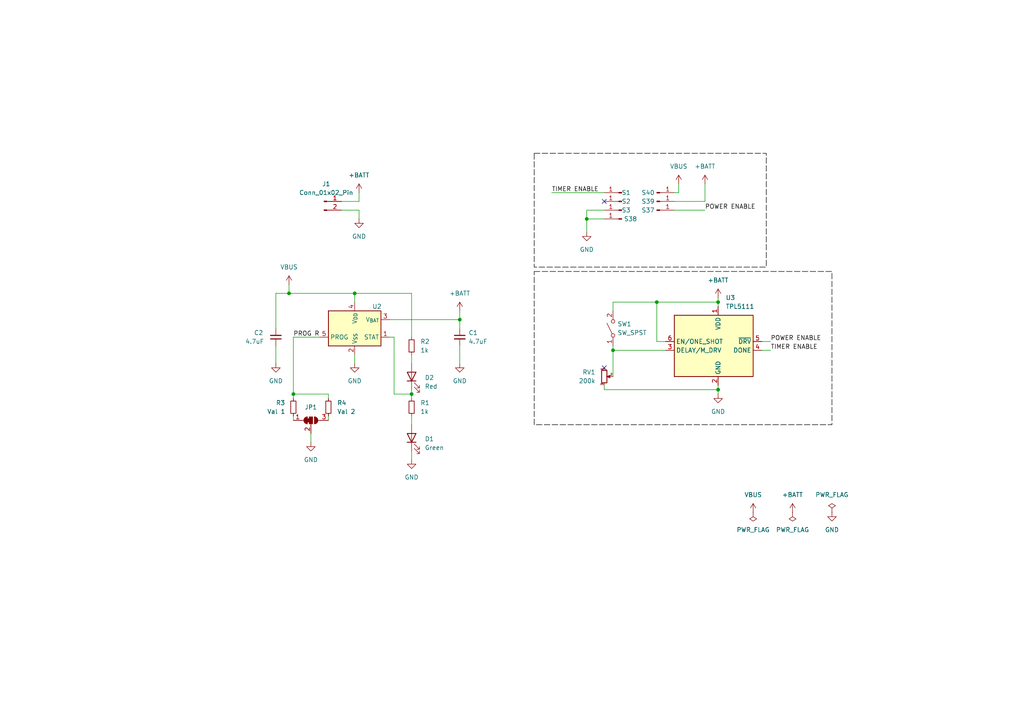
<source format=kicad_sch>
(kicad_sch (version 20230121) (generator eeschema)
  (paper "A4")
  (lib_symbols
    (symbol "Battery_Management:MCP73831-2-OT"
      (property "Reference" "U" (at -7.62 6.35 0))
      (property "Value" "MCP73831-2-OT" (at 1.27 6.35 0))
      (symbol "MCP73831-2-OT_0_1"
        (rectangle (start -7.62 5.08) (end 7.62 -5.08) (stroke (width 0.254)) (fill (type background)))
      )
      (symbol "MCP73831-2-OT_1_1"
        (pin output line (at 10.16 -2.54 180) (length 2.54) (name "STAT") (number "1"))
        (pin power_in line (at 0 -7.62 90) (length 2.54) (name "V_{SS}") (number "2"))
        (pin power_out line (at 10.16 2.54 180) (length 2.54) (name "V_{BAT}") (number "3"))
        (pin power_in line (at 0 7.62 270) (length 2.54) (name "V_{DD}") (number "4"))
        (pin input line (at -10.16 -2.54 0) (length 2.54) (name "PROG") (number "5"))
      )
    )
    (symbol "Connector:Conn_01x01_Pin" (pin_names (offset 1.016) hide)
      (property "Reference" "J" (at 0 2.54 0))
      (property "Value" "Conn_01x01_Pin" (at 0 -2.54 0))
      (symbol "Conn_01x01_Pin_1_1"
        (polyline (pts (xy 1.27 0) (xy 0.8636 0)) (stroke (width 0.1524)))
        (rectangle (start 0.8636 0.127) (end 0 -0.127) (stroke (width 0.1524)) (fill (type outline)))
        (pin passive line (at 5.08 0 180) (length 3.81) (name "Pin_1") (number "1"))
      )
    )
    (symbol "Connector:Conn_01x02_Pin" (pin_names (offset 1.016) hide)
      (property "Reference" "J" (at 0 2.54 0))
      (property "Value" "Conn_01x02_Pin" (at 0 -5.08 0))
      (symbol "Conn_01x02_Pin_1_1"
        (polyline (pts (xy 1.27 -2.54) (xy 0.8636 -2.54)) (stroke (width 0.1524)))
        (polyline (pts (xy 1.27 0) (xy 0.8636 0)) (stroke (width 0.1524)))
        (rectangle (start 0.8636 -2.413) (end 0 -2.667) (stroke (width 0.1524)) (fill (type outline)))
        (rectangle (start 0.8636 0.127) (end 0 -0.127) (stroke (width 0.1524)) (fill (type outline)))
        (pin passive line (at 5.08 0 180) (length 3.81) (name "Pin_1") (number "1"))
        (pin passive line (at 5.08 -2.54 180) (length 3.81) (name "Pin_2") (number "2"))
      )
    )
    (symbol "Device:C_Small" (pin_numbers hide) (pin_names (offset 0.254) hide)
      (property "Reference" "C" (at 0.254 1.778 0))
      (property "Value" "C_Small" (at 0.254 -2.032 0))
      (symbol "C_Small_0_1"
        (polyline (pts (xy -1.524 -0.508) (xy 1.524 -0.508)) (stroke (width 0.3302)))
        (polyline (pts (xy -1.524 0.508) (xy 1.524 0.508)) (stroke (width 0.3048)))
      )
      (symbol "C_Small_1_1"
        (pin passive line (at 0 2.54 270) (length 2.032) (name "~") (number "1"))
        (pin passive line (at 0 -2.54 90) (length 2.032) (name "~") (number "2"))
      )
    )
    (symbol "Device:LED" (pin_numbers hide) (pin_names (offset 1.016) hide)
      (property "Reference" "D" (at 0 2.54 0))
      (property "Value" "LED" (at 0 -2.54 0))
      (symbol "LED_0_1"
        (polyline (pts (xy -1.27 -1.27) (xy -1.27 1.27)) (stroke (width 0.254)))
        (polyline (pts (xy -1.27 0) (xy 1.27 0)))
        (polyline (pts (xy 1.27 -1.27) (xy 1.27 1.27) (xy -1.27 0) (xy 1.27 -1.27)) (stroke (width 0.254)))
        (polyline (pts (xy -3.048 -0.762) (xy -4.572 -2.286) (xy -3.81 -2.286) (xy -4.572 -2.286) (xy -4.572 -1.524)))
        (polyline (pts (xy -1.778 -0.762) (xy -3.302 -2.286) (xy -2.54 -2.286) (xy -3.302 -2.286) (xy -3.302 -1.524)))
      )
      (symbol "LED_1_1"
        (pin passive line (at -3.81 0 0) (length 2.54) (name "K") (number "1"))
        (pin passive line (at 3.81 0 180) (length 2.54) (name "A") (number "2"))
      )
    )
    (symbol "Device:R_Potentiometer_Small" (pin_names (offset 1.016) hide)
      (property "Reference" "RV" (at -4.445 0 90))
      (property "Value" "R_Potentiometer_Small" (at -2.54 0 90))
      (symbol "R_Potentiometer_Small_0_1"
        (polyline (pts (xy 0.889 0) (xy 0.635 0) (xy 1.651 0.381) (xy 1.651 -0.381) (xy 0.635 0) (xy 0.889 0)) (fill (type outline)))
        (rectangle (start 0.762 1.8034) (end -0.762 -1.8034) (stroke (width 0.254)))
      )
      (symbol "R_Potentiometer_Small_1_1"
        (pin passive line (at 0 2.54 270) (length 0.635) (name "1") (number "1"))
        (pin passive line (at 2.54 0 180) (length 0.9906) (name "2") (number "2"))
        (pin passive line (at 0 -2.54 90) (length 0.635) (name "3") (number "3"))
      )
    )
    (symbol "Device:R_Small" (pin_numbers hide) (pin_names (offset 0.254) hide)
      (property "Reference" "R" (at 0.762 0.508 0))
      (property "Value" "R_Small" (at 0.762 -1.016 0))
      (symbol "R_Small_0_1"
        (rectangle (start -0.762 1.778) (end 0.762 -1.778) (stroke (width 0.2032)))
      )
      (symbol "R_Small_1_1"
        (pin passive line (at 0 2.54 270) (length 0.762) (name "~") (number "1"))
        (pin passive line (at 0 -2.54 90) (length 0.762) (name "~") (number "2"))
      )
    )
    (symbol "Jumper:SolderJumper_3_Bridged12" (pin_names (offset 0) hide)
      (property "Reference" "JP" (at -2.54 -2.54 0))
      (property "Value" "SolderJumper_3_Bridged12" (at 0 2.794 0))
      (symbol "SolderJumper_3_Bridged12_0_1"
        (rectangle (start -1.016 0.508) (end -0.508 -0.508) (fill (type outline)))
        (arc (start -1.016 1.016) (mid -2.0276 0) (end -1.016 -1.016))
        (arc (start -1.016 1.016) (mid -2.0276 0) (end -1.016 -1.016) (fill (type outline)))
        (rectangle (start -0.508 1.016) (end 0.508 -1.016) (fill (type outline)))
        (polyline (pts (xy -2.54 0) (xy -2.032 0)))
        (polyline (pts (xy -1.016 1.016) (xy -1.016 -1.016)))
        (polyline (pts (xy 0 -1.27) (xy 0 -1.016)))
        (polyline (pts (xy 1.016 1.016) (xy 1.016 -1.016)))
        (polyline (pts (xy 2.54 0) (xy 2.032 0)))
        (arc (start 1.016 -1.016) (mid 2.0276 0) (end 1.016 1.016))
        (arc (start 1.016 -1.016) (mid 2.0276 0) (end 1.016 1.016) (fill (type outline)))
      )
      (symbol "SolderJumper_3_Bridged12_1_1"
        (pin passive line (at -5.08 0 0) (length 2.54) (name "A") (number "1"))
        (pin passive line (at 0 -3.81 90) (length 2.54) (name "C") (number "2"))
        (pin passive line (at 5.08 0 180) (length 2.54) (name "B") (number "3"))
      )
    )
    (symbol "Switch:SW_SPST" (pin_names (offset 0) hide)
      (property "Reference" "SW" (at 0 3.175 0))
      (property "Value" "SW_SPST" (at 0 -2.54 0))
      (symbol "SW_SPST_0_0"
        (circle (center -2.032 0) (radius 0.508))
        (polyline (pts (xy -1.524 0.254) (xy 1.524 1.778)))
        (circle (center 2.032 0) (radius 0.508))
      )
      (symbol "SW_SPST_1_1"
        (pin passive line (at -5.08 0 0) (length 2.54) (name "A") (number "1"))
        (pin passive line (at 5.08 0 180) (length 2.54) (name "B") (number "2"))
      )
    )
    (symbol "Timer:TPL5111"
      (property "Reference" "U" (at -11.43 11.43 0))
      (property "Value" "TPL5111" (at 6.35 11.43 0))
      (symbol "TPL5111_0_1"
        (rectangle (start -12.7 10.16) (end 10.16 -7.62) (stroke (width 0.254)) (fill (type background)))
      )
      (symbol "TPL5111_1_1"
        (pin power_in line (at 0 12.7 270) (length 2.54) (name "VDD") (number "1"))
        (pin power_in line (at 0 -10.16 90) (length 2.54) (name "GND") (number "2"))
        (pin input line (at -15.24 0 0) (length 2.54) (name "DELAY/M_DRV") (number "3"))
        (pin input line (at 12.7 0 180) (length 2.54) (name "DONE") (number "4"))
        (pin output line (at 12.7 2.54 180) (length 2.54) (name "~{DRV}") (number "5"))
        (pin input line (at -15.24 2.54 0) (length 2.54) (name "EN/ONE_SHOT") (number "6"))
      )
    )
    (symbol "power:+BATT" (power) (pin_names (offset 0))
      (property "Value" "+BATT" (at 0 3.556 0))
      (symbol "+BATT_0_1"
        (polyline (pts (xy -0.762 1.27) (xy 0 2.54)))
        (polyline (pts (xy 0 0) (xy 0 2.54)))
        (polyline (pts (xy 0 2.54) (xy 0.762 1.27)))
      )
      (symbol "+BATT_1_1"
        (pin power_in line (at 0 0 90) (length 0) hide (name "+BATT") (number "1"))
      )
    )
    (symbol "power:GND" (power) (pin_names (offset 0))
      (property "Value" "GND" (at 0 -3.81 0))
      (symbol "GND_0_1"
        (polyline (pts (xy 0 0) (xy 0 -1.27) (xy 1.27 -1.27) (xy 0 -2.54) (xy -1.27 -1.27) (xy 0 -1.27)))
      )
      (symbol "GND_1_1"
        (pin power_in line (at 0 0 270) (length 0) hide (name "GND") (number "1"))
      )
    )
    (symbol "power:PWR_FLAG" (power) (pin_numbers hide) (pin_names (offset 0) hide)
      (property "Value" "PWR_FLAG" (at 0 3.81 0))
      (symbol "PWR_FLAG_0_0"
        (pin power_out line (at 0 0 90) (length 0) (name "pwr") (number "1"))
      )
      (symbol "PWR_FLAG_0_1"
        (polyline (pts (xy 0 0) (xy 0 1.27) (xy -1.016 1.905) (xy 0 2.54) (xy 1.016 1.905) (xy 0 1.27)))
      )
    )
    (symbol "power:VBUS" (power) (pin_names (offset 0))
      (property "Value" "VBUS" (at 0 3.81 0))
      (symbol "VBUS_0_1"
        (polyline (pts (xy -0.762 1.27) (xy 0 2.54)))
        (polyline (pts (xy 0 0) (xy 0 2.54)))
        (polyline (pts (xy 0 2.54) (xy 0.762 1.27)))
      )
      (symbol "VBUS_1_1"
        (pin power_in line (at 0 0 90) (length 0) hide (name "VBUS") (number "1"))
      )
    )
  )
  (junction (at 208.28 113.03))
  (junction (at 170.18 63.5))
  (junction (at 102.87 85.09))
  (junction (at 133.35 92.71))
  (junction (at 190.5 87.63))
  (junction (at 208.28 87.63))
  (junction (at 177.8 101.6))
  (junction (at 85.09 114.3))
  (junction (at 83.82 85.09))
  (junction (at 119.38 114.3))
  (no_connect (at 175.26 106.68))
  (no_connect (at 175.26 58.42))
  (wire (pts (xy 160.02 55.88) (xy 175.26 55.88)))
  (wire (pts (xy 177.8 101.6) (xy 177.8 109.22)))
  (wire (pts (xy 104.14 60.96) (xy 104.14 63.5)))
  (wire (pts (xy 177.8 101.6) (xy 193.04 101.6)))
  (wire (pts (xy 133.35 105.41) (xy 133.35 100.33)))
  (wire (pts (xy 177.8 100.33) (xy 177.8 101.6)))
  (wire (pts (xy 83.82 85.09) (xy 102.87 85.09)))
  (wire (pts (xy 208.28 86.36) (xy 208.28 87.63)))
  (wire (pts (xy 196.85 53.34) (xy 196.85 55.88)))
  (wire (pts (xy 85.09 97.79) (xy 92.71 97.79)))
  (wire (pts (xy 102.87 85.09) (xy 102.87 87.63)))
  (wire (pts (xy 114.3 114.3) (xy 119.38 114.3)))
  (wire (pts (xy 208.28 111.76) (xy 208.28 113.03)))
  (wire (pts (xy 119.38 85.09) (xy 102.87 85.09)))
  (wire (pts (xy 193.04 99.06) (xy 190.5 99.06)))
  (wire (pts (xy 220.98 99.06) (xy 223.52 99.06)))
  (wire (pts (xy 204.47 53.34) (xy 204.47 58.42)))
  (wire (pts (xy 177.8 90.17) (xy 177.8 87.63)))
  (wire (pts (xy 208.28 113.03) (xy 208.28 114.3)))
  (wire (pts (xy 119.38 114.3) (xy 119.38 115.57)))
  (wire (pts (xy 190.5 99.06) (xy 190.5 87.63)))
  (wire (pts (xy 85.09 114.3) (xy 85.09 115.57)))
  (wire (pts (xy 170.18 63.5) (xy 170.18 67.31)))
  (wire (pts (xy 223.52 101.6) (xy 220.98 101.6)))
  (wire (pts (xy 83.82 82.55) (xy 83.82 85.09)))
  (wire (pts (xy 177.8 87.63) (xy 190.5 87.63)))
  (wire (pts (xy 119.38 130.81) (xy 119.38 133.35)))
  (wire (pts (xy 175.26 113.03) (xy 208.28 113.03)))
  (wire (pts (xy 80.01 85.09) (xy 80.01 95.25)))
  (wire (pts (xy 170.18 63.5) (xy 175.26 63.5)))
  (wire (pts (xy 119.38 113.03) (xy 119.38 114.3)))
  (wire (pts (xy 114.3 97.79) (xy 114.3 114.3)))
  (wire (pts (xy 90.17 125.73) (xy 90.17 128.27)))
  (wire (pts (xy 95.25 114.3) (xy 95.25 115.57)))
  (wire (pts (xy 133.35 95.25) (xy 133.35 92.71)))
  (wire (pts (xy 80.01 85.09) (xy 83.82 85.09)))
  (wire (pts (xy 170.18 60.96) (xy 170.18 63.5)))
  (wire (pts (xy 119.38 97.79) (xy 119.38 85.09)))
  (wire (pts (xy 85.09 97.79) (xy 85.09 114.3)))
  (wire (pts (xy 133.35 92.71) (xy 133.35 90.17)))
  (wire (pts (xy 170.18 60.96) (xy 175.26 60.96)))
  (wire (pts (xy 119.38 120.65) (xy 119.38 123.19)))
  (wire (pts (xy 85.09 114.3) (xy 95.25 114.3)))
  (wire (pts (xy 113.03 92.71) (xy 133.35 92.71)))
  (wire (pts (xy 195.58 60.96) (xy 204.47 60.96)))
  (wire (pts (xy 104.14 55.88) (xy 104.14 58.42)))
  (wire (pts (xy 208.28 87.63) (xy 208.28 88.9)))
  (wire (pts (xy 102.87 102.87) (xy 102.87 105.41)))
  (wire (pts (xy 99.06 58.42) (xy 104.14 58.42)))
  (wire (pts (xy 195.58 55.88) (xy 196.85 55.88)))
  (wire (pts (xy 80.01 100.33) (xy 80.01 105.41)))
  (wire (pts (xy 113.03 97.79) (xy 114.3 97.79)))
  (wire (pts (xy 175.26 111.76) (xy 175.26 113.03)))
  (wire (pts (xy 99.06 60.96) (xy 104.14 60.96)))
  (wire (pts (xy 190.5 87.63) (xy 208.28 87.63)))
  (wire (pts (xy 85.09 120.65) (xy 85.09 121.92)))
  (wire (pts (xy 95.25 120.65) (xy 95.25 121.92)))
  (wire (pts (xy 195.58 58.42) (xy 204.47 58.42)))
  (wire (pts (xy 119.38 102.87) (xy 119.38 105.41)))
  (rectangle (start 154.94 78.74) (end 241.3 123.19) (stroke (width 0) (type dash) (color 0 0 0 1)))
  (rectangle (start 154.94 44.45) (end 222.25 77.47) (stroke (width 0) (type dash) (color 0 0 0 1)))
  (label "TIMER ENABLE" (at 223.52 101.6 0))
  (label "PROG R" (at 85.09 97.79 0))
  (label "TIMER ENABLE" (at 160.02 55.88 0))
  (label "POWER ENABLE" (at 204.47 60.96 0))
  (label "POWER ENABLE" (at 223.52 99.06 0))
  (symbol (lib_id "power:VBUS") (at 196.85 53.34 0) (unit 1)
    (property "Reference" "#PWR04" (effects hide))
    (property "Value" "VBUS" (at 196.85 48.26 0))
  )
  (symbol (lib_id "Device:R_Small") (at 95.25 118.11 0) (unit 1)
    (property "Reference" "R4" (at 97.79 116.84 0) (effects (justify left)))
    (property "Value" "Val 2" (at 97.79 119.38 0) (effects (justify left)))
    (property "Footprint" "Resistor_SMD:R_0603_1608Metric_Pad0.98x0.95mm_HandSolder" (effects hide))
  )
  (symbol (lib_id "power:GND") (at 133.35 105.41 0) (unit 1)
    (property "Reference" "#PWR09" (effects hide))
    (property "Value" "GND" (at 133.35 110.49 0))
  )
  (symbol (lib_id "power:PWR_FLAG") (at 218.44 148.59 180) (unit 1)
    (property "Reference" "#FLG01" (effects hide))
    (property "Value" "PWR_FLAG" (at 218.44 153.67 0))
  )
  (symbol (lib_id "power:+BATT") (at 229.87 148.59 0) (unit 1)
    (property "Reference" "#PWR017" (effects hide))
    (property "Value" "+BATT" (at 229.87 143.51 0))
  )
  (symbol (lib_id "Device:C_Small") (at 80.01 97.79 180) (unit 1)
    (property "Reference" "C2" (at 73.66 96.52 0) (effects (justify right)))
    (property "Value" "4.7uF" (at 71.12 99.06 0) (effects (justify right)))
    (property "Footprint" "Capacitor_SMD:C_0603_1608Metric_Pad1.08x0.95mm_HandSolder" (effects hide))
  )
  (symbol (lib_id "power:+BATT") (at 204.47 53.34 0) (unit 1)
    (property "Reference" "#PWR07" (effects hide))
    (property "Value" "+BATT" (at 204.47 48.26 0))
  )
  (symbol (lib_id "power:GND") (at 90.17 128.27 0) (unit 1)
    (property "Reference" "#PWR011" (effects hide))
    (property "Value" "GND" (at 90.17 133.35 0))
  )
  (symbol (lib_id "Connector:Conn_01x01_Pin") (at 180.34 60.96 180) (unit 1)
    (property "Reference" "S3" (at 181.61 60.96 0))
    (property "Value" "Conn_01x01_Pin" (effects hide))
    (property "Footprint" "Pi Pico:7305" (effects hide))
  )
  (symbol (lib_id "Jumper:SolderJumper_3_Bridged12") (at 90.17 121.92 0) (unit 1)
    (property "Reference" "JP1" (at 90.17 118.11 0))
    (property "Value" "SolderJumper_3_Bridged12" (effects hide))
    (property "Footprint" "Jumper:SolderJumper-3_P1.3mm_Bridged12_RoundedPad1.0x1.5mm_NumberLabels" (effects hide))
  )
  (symbol (lib_id "power:+BATT") (at 208.28 86.36 0) (unit 1)
    (property "Reference" "#PWR012" (effects hide))
    (property "Value" "+BATT" (at 208.28 81.28 0))
  )
  (symbol (lib_id "Connector:Conn_01x01_Pin") (at 190.5 58.42 0) (unit 1)
    (property "Reference" "S39" (at 187.96 58.42 0))
    (property "Value" "Conn_01x01_Pin" (effects hide))
    (property "Footprint" "Pi Pico:7305" (effects hide))
  )
  (symbol (lib_id "power:PWR_FLAG") (at 241.3 148.59 0) (unit 1)
    (property "Reference" "#FLG02" (effects hide))
    (property "Value" "PWR_FLAG" (at 241.3 143.51 0))
  )
  (symbol (lib_id "power:GND") (at 241.3 148.59 0) (unit 1)
    (property "Reference" "#PWR016" (effects hide))
    (property "Value" "GND" (at 241.3 153.67 0))
  )
  (symbol (lib_id "Connector:Conn_01x01_Pin") (at 180.34 63.5 180) (unit 1)
    (property "Reference" "S38" (at 182.88 63.5 0))
    (property "Value" "Conn_01x01_Pin" (effects hide))
    (property "Footprint" "Pi Pico:7305" (effects hide))
  )
  (symbol (lib_id "power:GND") (at 80.01 105.41 0) (unit 1)
    (property "Reference" "#PWR08" (effects hide))
    (property "Value" "GND" (at 80.01 110.49 0))
  )
  (symbol (lib_id "Device:R_Small") (at 85.09 118.11 0) (unit 1)
    (property "Reference" "R3" (at 80.01 116.84 0) (effects (justify left)))
    (property "Value" "Val 1" (at 77.47 119.38 0) (effects (justify left)))
    (property "Footprint" "Resistor_SMD:R_0603_1608Metric_Pad0.98x0.95mm_HandSolder" (effects hide))
  )
  (symbol (lib_id "Connector:Conn_01x01_Pin") (at 190.5 55.88 0) (unit 1)
    (property "Reference" "S40" (at 187.96 55.88 0))
    (property "Value" "Conn_01x01_Pin" (effects hide))
    (property "Footprint" "Pi Pico:7305" (effects hide))
  )
  (symbol (lib_id "Switch:SW_SPST") (at 177.8 95.25 90) (unit 1)
    (property "Reference" "SW1" (at 179.07 93.98 90) (effects (justify right)))
    (property "Value" "SW_SPST" (at 179.07 96.52 90) (effects (justify right)))
    (property "Footprint" "Button_Switch_SMD:SW_SPST_B3U-1000P" (effects hide))
  )
  (symbol (lib_id "Device:LED") (at 119.38 109.22 90) (unit 1)
    (property "Reference" "D2" (at 123.19 109.5375 90) (effects (justify right)))
    (property "Value" "Red" (at 123.19 112.0775 90) (effects (justify right)))
    (property "Footprint" "LED_SMD:LED_0603_1608Metric" (effects hide))
  )
  (symbol (lib_id "Device:R_Small") (at 119.38 100.33 0) (unit 1)
    (property "Reference" "R2" (at 121.92 99.06 0) (effects (justify left)))
    (property "Value" "1k" (at 121.92 101.6 0) (effects (justify left)))
    (property "Footprint" "Resistor_SMD:R_0603_1608Metric_Pad0.98x0.95mm_HandSolder" (effects hide))
  )
  (symbol (lib_id "power:VBUS") (at 218.44 148.59 0) (unit 1)
    (property "Reference" "#PWR06" (effects hide))
    (property "Value" "VBUS" (at 218.44 143.51 0))
  )
  (symbol (lib_id "Battery_Management:MCP73831-2-OT") (at 102.87 95.25 0) (unit 1)
    (property "Reference" "U2" (at 107.95 88.9 0) (effects (justify left)))
    (property "Value" "MCP73831-2-OT" (effects hide))
    (property "Footprint" "Package_TO_SOT_SMD:SOT-23-5" (effects hide))
    (property "Datasheet" "http://ww1.microchip.com/downloads/en/DeviceDoc/20001984g.pdf" (effects hide))
  )
  (symbol (lib_id "Device:R_Potentiometer_Small") (at 175.26 109.22 0) (unit 1)
    (property "Reference" "RV1" (at 172.72 107.95 0) (effects (justify right)))
    (property "Value" "200k" (at 172.72 110.49 0) (effects (justify right)))
    (property "Footprint" "Potentiometer_SMD:Potentiometer_Bourns_TC33X_Vertical" (effects hide))
  )
  (symbol (lib_id "power:GND") (at 104.14 63.5 0) (unit 1)
    (property "Reference" "#PWR015" (effects hide))
    (property "Value" "GND" (at 104.14 68.58 0))
  )
  (symbol (lib_id "power:+BATT") (at 133.35 90.17 0) (unit 1)
    (property "Reference" "#PWR01" (effects hide))
    (property "Value" "+BATT" (at 133.35 85.09 0))
  )
  (symbol (lib_id "power:VBUS") (at 83.82 82.55 0) (unit 1)
    (property "Reference" "#PWR03" (effects hide))
    (property "Value" "VBUS" (at 83.82 77.47 0))
  )
  (symbol (lib_id "Connector:Conn_01x01_Pin") (at 190.5 60.96 0) (unit 1)
    (property "Reference" "S37" (at 187.96 60.96 0))
    (property "Value" "Conn_01x01_Pin" (effects hide))
    (property "Footprint" "Pi Pico:7305" (effects hide))
  )
  (symbol (lib_id "power:GND") (at 119.38 133.35 0) (unit 1)
    (property "Reference" "#PWR010" (effects hide))
    (property "Value" "GND" (at 119.38 138.43 0))
  )
  (symbol (lib_id "Connector:Conn_01x02_Pin") (at 93.98 58.42 0) (unit 1)
    (property "Reference" "J1" (at 94.615 53.34 0))
    (property "Value" "Conn_01x02_Pin" (at 94.615 55.88 0))
    (property "Footprint" "Connector_JST:JST_PH_S2B-PH-SM4-TB_1x02-1MP_P2.00mm_Horizontal" (effects hide))
  )
  (symbol (lib_id "Timer:TPL5111") (at 208.28 101.6 0) (unit 1)
    (property "Reference" "U3" (at 210.4741 86.36 0) (effects (justify left)))
    (property "Value" "TPL5111" (at 210.4741 88.9 0) (effects (justify left)))
    (property "Footprint" "Package_TO_SOT_SMD:SOT-23-6" (effects hide))
    (property "Datasheet" "http://www.ti.com/lit/ds/symlink/tpl5111.pdf" (effects hide))
  )
  (symbol (lib_id "power:+BATT") (at 104.14 55.88 0) (unit 1)
    (property "Reference" "#PWR014" (effects hide))
    (property "Value" "+BATT" (at 104.14 50.8 0))
  )
  (symbol (lib_id "Device:R_Small") (at 119.38 118.11 0) (unit 1)
    (property "Reference" "R1" (at 121.92 116.84 0) (effects (justify left)))
    (property "Value" "1k" (at 121.92 119.38 0) (effects (justify left)))
    (property "Footprint" "Resistor_SMD:R_0603_1608Metric_Pad0.98x0.95mm_HandSolder" (effects hide))
  )
  (symbol (lib_id "power:PWR_FLAG") (at 229.87 148.59 180) (unit 1)
    (property "Reference" "#FLG03" (effects hide))
    (property "Value" "PWR_FLAG" (at 229.87 153.67 0))
  )
  (symbol (lib_id "Connector:Conn_01x01_Pin") (at 180.34 58.42 180) (unit 1)
    (property "Reference" "S2" (at 181.61 58.42 0))
    (property "Value" "Conn_01x01_Pin" (effects hide))
    (property "Footprint" "Pi Pico:7305" (effects hide))
  )
  (symbol (lib_id "Device:LED") (at 119.38 127 90) (unit 1)
    (property "Reference" "D1" (at 123.19 127.3175 90) (effects (justify right)))
    (property "Value" "Green" (at 123.19 129.8575 90) (effects (justify right)))
    (property "Footprint" "LED_SMD:LED_0603_1608Metric" (effects hide))
  )
  (symbol (lib_id "power:GND") (at 170.18 67.31 0) (unit 1)
    (property "Reference" "#PWR05" (effects hide))
    (property "Value" "GND" (at 170.18 72.39 0))
  )
  (symbol (lib_id "power:GND") (at 102.87 105.41 0) (unit 1)
    (property "Reference" "#PWR02" (effects hide))
    (property "Value" "GND" (at 102.87 110.49 0))
  )
  (symbol (lib_id "Device:C_Small") (at 133.35 97.79 0) (unit 1)
    (property "Reference" "C1" (at 135.89 96.5263 0) (effects (justify left)))
    (property "Value" "4.7uF" (at 135.89 99.0663 0) (effects (justify left)))
    (property "Footprint" "Capacitor_SMD:C_0603_1608Metric_Pad1.08x0.95mm_HandSolder" (effects hide))
  )
  (symbol (lib_id "Connector:Conn_01x01_Pin") (at 180.34 55.88 180) (unit 1)
    (property "Reference" "S1" (at 181.61 55.88 0))
    (property "Value" "Conn_01x01_Pin" (effects hide))
    (property "Footprint" "Pi Pico:7305" (effects hide))
  )
  (symbol (lib_id "power:GND") (at 208.28 114.3 0) (unit 1)
    (property "Reference" "#PWR013" (effects hide))
    (property "Value" "GND" (at 208.28 119.38 0))
  )
)
</source>
